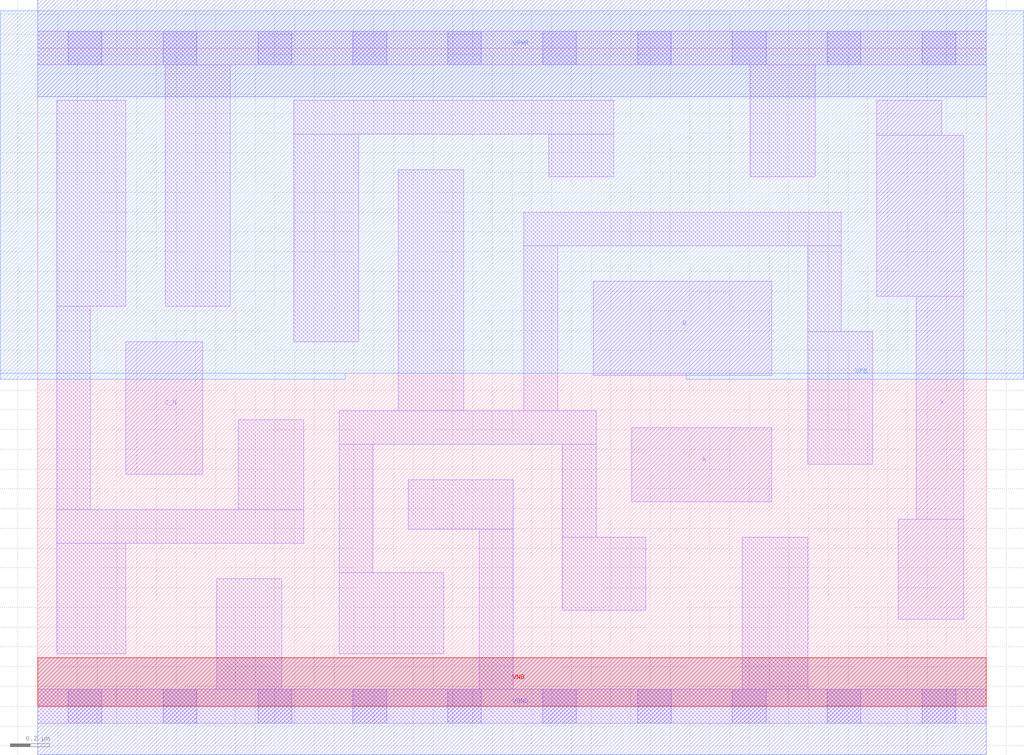
<source format=lef>
# Copyright 2020 The SkyWater PDK Authors
#
# Licensed under the Apache License, Version 2.0 (the "License");
# you may not use this file except in compliance with the License.
# You may obtain a copy of the License at
#
#     https://www.apache.org/licenses/LICENSE-2.0
#
# Unless required by applicable law or agreed to in writing, software
# distributed under the License is distributed on an "AS IS" BASIS,
# WITHOUT WARRANTIES OR CONDITIONS OF ANY KIND, either express or implied.
# See the License for the specific language governing permissions and
# limitations under the License.
#
# SPDX-License-Identifier: Apache-2.0

VERSION 5.7 ;
  NOWIREEXTENSIONATPIN ON ;
  DIVIDERCHAR "/" ;
  BUSBITCHARS "[]" ;
MACRO sky130_fd_sc_lp__or3b_lp
  CLASS CORE ;
  FOREIGN sky130_fd_sc_lp__or3b_lp ;
  ORIGIN  0.000000  0.000000 ;
  SIZE  4.800000 BY  3.330000 ;
  SYMMETRY X Y R90 ;
  SITE unit ;
  PIN A
    ANTENNAGATEAREA  0.376000 ;
    DIRECTION INPUT ;
    USE SIGNAL ;
    PORT
      LAYER li1 ;
        RECT 3.005000 1.035000 3.715000 1.410000 ;
    END
  END A
  PIN B
    ANTENNAGATEAREA  0.376000 ;
    DIRECTION INPUT ;
    USE SIGNAL ;
    PORT
      LAYER li1 ;
        RECT 2.810000 1.675000 3.715000 2.150000 ;
    END
  END B
  PIN C_N
    ANTENNAGATEAREA  0.376000 ;
    DIRECTION INPUT ;
    USE SIGNAL ;
    PORT
      LAYER li1 ;
        RECT 0.445000 1.175000 0.835000 1.845000 ;
    END
  END C_N
  PIN X
    ANTENNADIFFAREA  0.404700 ;
    DIRECTION OUTPUT ;
    USE SIGNAL ;
    PORT
      LAYER li1 ;
        RECT 4.245000 2.075000 4.685000 2.890000 ;
        RECT 4.245000 2.890000 4.575000 3.065000 ;
        RECT 4.355000 0.440000 4.685000 0.945000 ;
        RECT 4.445000 0.945000 4.685000 2.075000 ;
    END
  END X
  PIN VGND
    DIRECTION INOUT ;
    USE GROUND ;
    PORT
      LAYER met1 ;
        RECT 0.000000 -0.245000 4.800000 0.245000 ;
    END
  END VGND
  PIN VNB
    DIRECTION INOUT ;
    USE GROUND ;
    PORT
      LAYER pwell ;
        RECT 0.000000 0.000000 4.800000 0.245000 ;
    END
  END VNB
  PIN VPB
    DIRECTION INOUT ;
    USE POWER ;
    PORT
      LAYER nwell ;
        RECT -0.190000 1.655000 1.555000 1.685000 ;
        RECT -0.190000 1.685000 4.990000 3.520000 ;
        RECT  3.280000 1.655000 4.990000 1.685000 ;
    END
  END VPB
  PIN VPWR
    DIRECTION INOUT ;
    USE POWER ;
    PORT
      LAYER met1 ;
        RECT 0.000000 3.085000 4.800000 3.575000 ;
    END
  END VPWR
  OBS
    LAYER li1 ;
      RECT 0.000000 -0.085000 4.800000 0.085000 ;
      RECT 0.000000  3.245000 4.800000 3.415000 ;
      RECT 0.095000  0.265000 0.445000 0.825000 ;
      RECT 0.095000  0.825000 1.345000 0.995000 ;
      RECT 0.095000  0.995000 0.265000 2.025000 ;
      RECT 0.095000  2.025000 0.445000 3.065000 ;
      RECT 0.645000  2.025000 0.975000 3.245000 ;
      RECT 0.905000  0.085000 1.235000 0.645000 ;
      RECT 1.015000  0.995000 1.345000 1.450000 ;
      RECT 1.295000  1.845000 1.625000 2.895000 ;
      RECT 1.295000  2.895000 2.915000 3.065000 ;
      RECT 1.525000  0.265000 2.055000 0.675000 ;
      RECT 1.525000  0.675000 1.695000 1.325000 ;
      RECT 1.525000  1.325000 2.825000 1.495000 ;
      RECT 1.825000  1.495000 2.155000 2.715000 ;
      RECT 1.875000  0.895000 2.405000 1.145000 ;
      RECT 2.235000  0.085000 2.405000 0.895000 ;
      RECT 2.460000  1.495000 2.630000 2.330000 ;
      RECT 2.460000  2.330000 4.065000 2.500000 ;
      RECT 2.585000  2.680000 2.915000 2.895000 ;
      RECT 2.655000  0.485000 3.075000 0.855000 ;
      RECT 2.655000  0.855000 2.825000 1.325000 ;
      RECT 3.565000  0.085000 3.895000 0.855000 ;
      RECT 3.605000  2.680000 3.935000 3.245000 ;
      RECT 3.895000  1.225000 4.225000 1.895000 ;
      RECT 3.895000  1.895000 4.065000 2.330000 ;
    LAYER mcon ;
      RECT 0.155000 -0.085000 0.325000 0.085000 ;
      RECT 0.155000  3.245000 0.325000 3.415000 ;
      RECT 0.635000 -0.085000 0.805000 0.085000 ;
      RECT 0.635000  3.245000 0.805000 3.415000 ;
      RECT 1.115000 -0.085000 1.285000 0.085000 ;
      RECT 1.115000  3.245000 1.285000 3.415000 ;
      RECT 1.595000 -0.085000 1.765000 0.085000 ;
      RECT 1.595000  3.245000 1.765000 3.415000 ;
      RECT 2.075000 -0.085000 2.245000 0.085000 ;
      RECT 2.075000  3.245000 2.245000 3.415000 ;
      RECT 2.555000 -0.085000 2.725000 0.085000 ;
      RECT 2.555000  3.245000 2.725000 3.415000 ;
      RECT 3.035000 -0.085000 3.205000 0.085000 ;
      RECT 3.035000  3.245000 3.205000 3.415000 ;
      RECT 3.515000 -0.085000 3.685000 0.085000 ;
      RECT 3.515000  3.245000 3.685000 3.415000 ;
      RECT 3.995000 -0.085000 4.165000 0.085000 ;
      RECT 3.995000  3.245000 4.165000 3.415000 ;
      RECT 4.475000 -0.085000 4.645000 0.085000 ;
      RECT 4.475000  3.245000 4.645000 3.415000 ;
  END
END sky130_fd_sc_lp__or3b_lp
END LIBRARY

</source>
